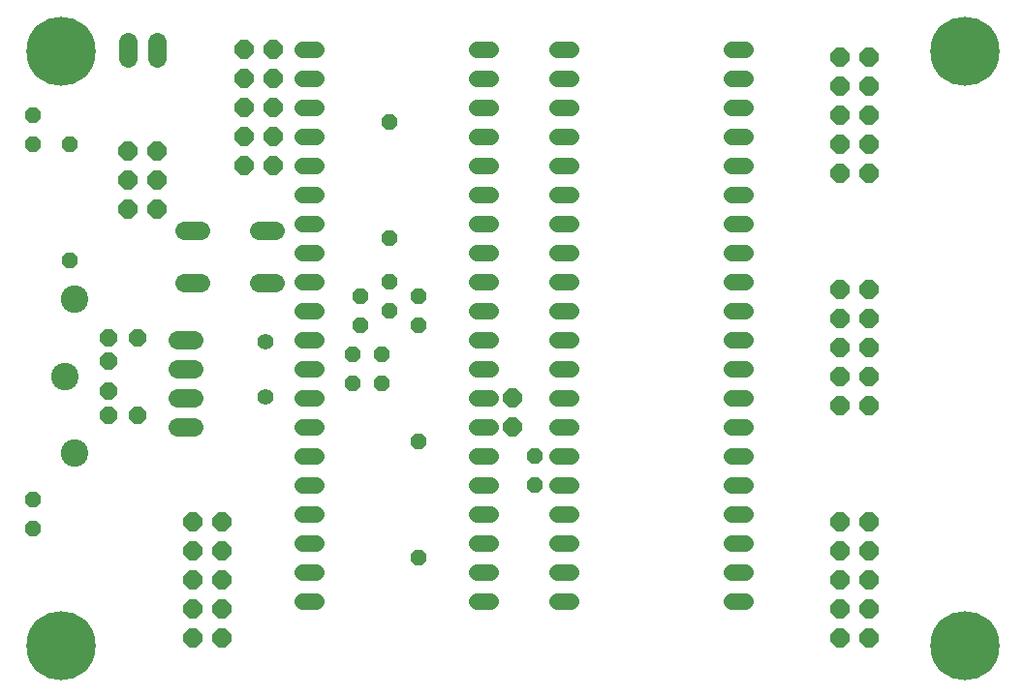
<source format=gts>
G75*
%MOIN*%
%OFA0B0*%
%FSLAX24Y24*%
%IPPOS*%
%LPD*%
%AMOC8*
5,1,8,0,0,1.08239X$1,22.5*
%
%ADD10C,0.0560*%
%ADD11OC8,0.0560*%
%ADD12C,0.0640*%
%ADD13C,0.0560*%
%ADD14OC8,0.0640*%
%ADD15OC8,0.0594*%
%ADD16C,0.0946*%
%ADD17C,0.2380*%
D10*
X010510Y003600D02*
X010990Y003600D01*
X010990Y004600D02*
X010510Y004600D01*
X010510Y005600D02*
X010990Y005600D01*
X010990Y006600D02*
X010510Y006600D01*
X010510Y007600D02*
X010990Y007600D01*
X010990Y008600D02*
X010510Y008600D01*
X010510Y009600D02*
X010990Y009600D01*
X010990Y010600D02*
X010510Y010600D01*
X010510Y011600D02*
X010990Y011600D01*
X010990Y012600D02*
X010510Y012600D01*
X010510Y013600D02*
X010990Y013600D01*
X010990Y014600D02*
X010510Y014600D01*
X010510Y015600D02*
X010990Y015600D01*
X010990Y016600D02*
X010510Y016600D01*
X010510Y017600D02*
X010990Y017600D01*
X010990Y018600D02*
X010510Y018600D01*
X010510Y019600D02*
X010990Y019600D01*
X010990Y020600D02*
X010510Y020600D01*
X010510Y021600D02*
X010990Y021600D01*
X010990Y022600D02*
X010510Y022600D01*
X016510Y022600D02*
X016990Y022600D01*
X016990Y021600D02*
X016510Y021600D01*
X016510Y020600D02*
X016990Y020600D01*
X016990Y019600D02*
X016510Y019600D01*
X016510Y018600D02*
X016990Y018600D01*
X016990Y017600D02*
X016510Y017600D01*
X016510Y016600D02*
X016990Y016600D01*
X016990Y015600D02*
X016510Y015600D01*
X016510Y014600D02*
X016990Y014600D01*
X016990Y013600D02*
X016510Y013600D01*
X016510Y012600D02*
X016990Y012600D01*
X016990Y011600D02*
X016510Y011600D01*
X016510Y010600D02*
X016990Y010600D01*
X016990Y009600D02*
X016510Y009600D01*
X016510Y008600D02*
X016990Y008600D01*
X016990Y007600D02*
X016510Y007600D01*
X016510Y006600D02*
X016990Y006600D01*
X016990Y005600D02*
X016510Y005600D01*
X016510Y004600D02*
X016990Y004600D01*
X016990Y003600D02*
X016510Y003600D01*
X019260Y003600D02*
X019740Y003600D01*
X019740Y004600D02*
X019260Y004600D01*
X019260Y005600D02*
X019740Y005600D01*
X019740Y006600D02*
X019260Y006600D01*
X019260Y007600D02*
X019740Y007600D01*
X019740Y008600D02*
X019260Y008600D01*
X019260Y009600D02*
X019740Y009600D01*
X019740Y010600D02*
X019260Y010600D01*
X019260Y011600D02*
X019740Y011600D01*
X019740Y012600D02*
X019260Y012600D01*
X019260Y013600D02*
X019740Y013600D01*
X019740Y014600D02*
X019260Y014600D01*
X019260Y015600D02*
X019740Y015600D01*
X019740Y016600D02*
X019260Y016600D01*
X019260Y017600D02*
X019740Y017600D01*
X019740Y018600D02*
X019260Y018600D01*
X019260Y019600D02*
X019740Y019600D01*
X019740Y020600D02*
X019260Y020600D01*
X019260Y021600D02*
X019740Y021600D01*
X019740Y022600D02*
X019260Y022600D01*
X025260Y022600D02*
X025740Y022600D01*
X025740Y021600D02*
X025260Y021600D01*
X025260Y020600D02*
X025740Y020600D01*
X025740Y019600D02*
X025260Y019600D01*
X025260Y018600D02*
X025740Y018600D01*
X025740Y017600D02*
X025260Y017600D01*
X025260Y016600D02*
X025740Y016600D01*
X025740Y015600D02*
X025260Y015600D01*
X025260Y014600D02*
X025740Y014600D01*
X025740Y013600D02*
X025260Y013600D01*
X025260Y012600D02*
X025740Y012600D01*
X025740Y011600D02*
X025260Y011600D01*
X025260Y010600D02*
X025740Y010600D01*
X025740Y009600D02*
X025260Y009600D01*
X025260Y008600D02*
X025740Y008600D01*
X025740Y007600D02*
X025260Y007600D01*
X025260Y006600D02*
X025740Y006600D01*
X025740Y005600D02*
X025260Y005600D01*
X025260Y004600D02*
X025740Y004600D01*
X025740Y003600D02*
X025260Y003600D01*
D11*
X018500Y007600D03*
X018500Y008600D03*
X014500Y009100D03*
X013250Y011100D03*
X012250Y011100D03*
X012250Y012100D03*
X013250Y012100D03*
X012500Y013100D03*
X013500Y013600D03*
X014500Y013100D03*
X014500Y014100D03*
X013500Y014600D03*
X012500Y014100D03*
X013500Y016100D03*
X013500Y020100D03*
X002500Y019350D03*
X001250Y019350D03*
X001250Y020350D03*
X002500Y015350D03*
X001250Y007100D03*
X001250Y006100D03*
X014500Y005100D03*
D12*
X006780Y009600D02*
X006220Y009600D01*
X006220Y010600D02*
X006780Y010600D01*
X006780Y011600D02*
X006220Y011600D01*
X006220Y012600D02*
X006780Y012600D01*
X007000Y014585D02*
X006440Y014585D01*
X006440Y016365D02*
X007000Y016365D01*
X009000Y016365D02*
X009560Y016365D01*
X009560Y014585D02*
X009000Y014585D01*
X005500Y022320D02*
X005500Y022880D01*
X004500Y022880D02*
X004500Y022320D01*
D13*
X009250Y012550D03*
X009250Y010650D03*
D14*
X007750Y006350D03*
X006750Y006350D03*
X006750Y005350D03*
X007750Y005350D03*
X007750Y004350D03*
X006750Y004350D03*
X006750Y003350D03*
X007750Y003350D03*
X007750Y002350D03*
X006750Y002350D03*
X017750Y009600D03*
X017750Y010600D03*
X029000Y010350D03*
X030000Y010350D03*
X030000Y011350D03*
X029000Y011350D03*
X029000Y012350D03*
X030000Y012350D03*
X030000Y013350D03*
X029000Y013350D03*
X029000Y014350D03*
X030000Y014350D03*
X030000Y018350D03*
X029000Y018350D03*
X029000Y019350D03*
X030000Y019350D03*
X030000Y020350D03*
X029000Y020350D03*
X029000Y021350D03*
X030000Y021350D03*
X030000Y022350D03*
X029000Y022350D03*
X009500Y022600D03*
X008500Y022600D03*
X008500Y021600D03*
X009500Y021600D03*
X009500Y020600D03*
X008500Y020600D03*
X008500Y019600D03*
X009500Y019600D03*
X009500Y018600D03*
X008500Y018600D03*
X005500Y018100D03*
X004500Y018100D03*
X004500Y017100D03*
X005500Y017100D03*
X005500Y019100D03*
X004500Y019100D03*
X029000Y006350D03*
X030000Y006350D03*
X030000Y005350D03*
X029000Y005350D03*
X029000Y004350D03*
X030000Y004350D03*
X030000Y003350D03*
X029000Y003350D03*
X029000Y002350D03*
X030000Y002350D03*
D15*
X004831Y010011D03*
X003846Y010011D03*
X003846Y010838D03*
X003846Y011862D03*
X003846Y012689D03*
X004831Y012689D03*
D16*
X002665Y014007D03*
X002350Y011350D03*
X002665Y008693D03*
D17*
X002219Y002069D03*
X002219Y022541D03*
X033321Y022541D03*
X033321Y002069D03*
M02*

</source>
